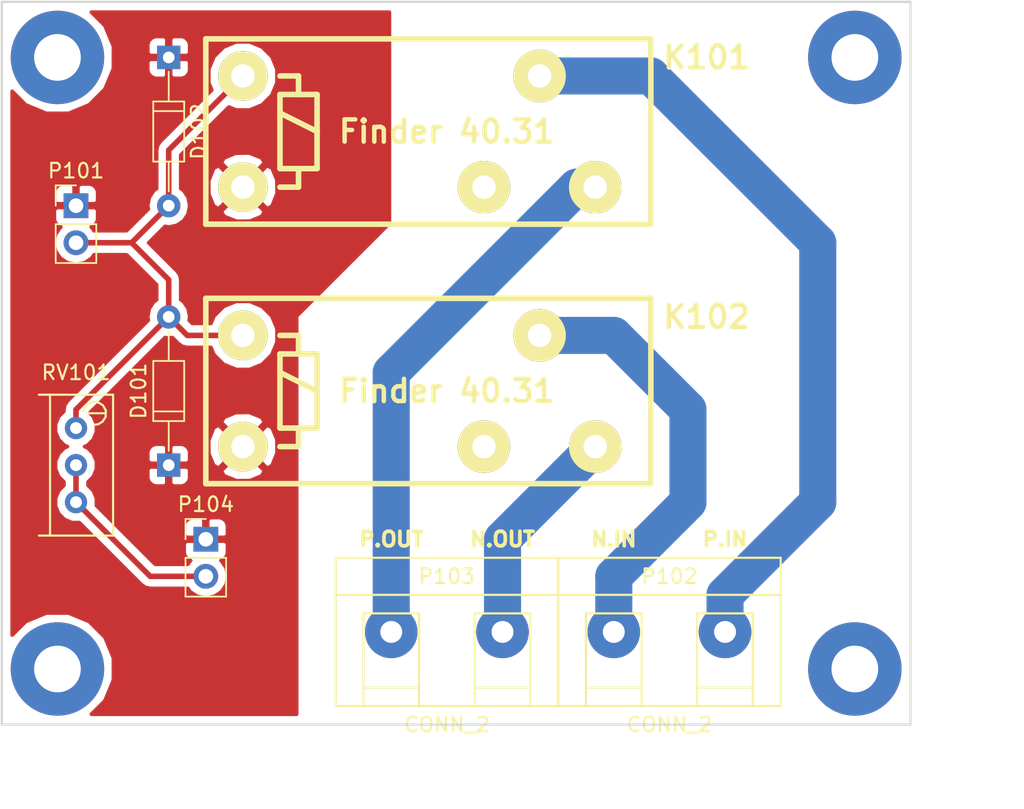
<source format=kicad_pcb>
(kicad_pcb (version 4) (host pcbnew 4.0.4+e1-6308~48~ubuntu15.10.1-stable)

  (general
    (links 16)
    (no_connects 0)
    (area 104.227143 69.755 184.403334 127.730001)
    (thickness 1.6)
    (drawings 10)
    (tracks 28)
    (zones 0)
    (modules 13)
    (nets 8)
  )

  (page A4)
  (layers
    (0 F.Cu signal)
    (31 B.Cu signal)
    (32 B.Adhes user)
    (33 F.Adhes user)
    (34 B.Paste user)
    (35 F.Paste user)
    (36 B.SilkS user)
    (37 F.SilkS user)
    (38 B.Mask user)
    (39 F.Mask user)
    (40 Dwgs.User user)
    (41 Cmts.User user)
    (42 Eco1.User user)
    (43 Eco2.User user)
    (44 Edge.Cuts user)
    (45 Margin user)
    (46 B.CrtYd user)
    (47 F.CrtYd user)
    (48 B.Fab user)
    (49 F.Fab user)
  )

  (setup
    (last_trace_width 0.25)
    (user_trace_width 0.381)
    (user_trace_width 0.508)
    (user_trace_width 0.762)
    (user_trace_width 1.016)
    (user_trace_width 1.524)
    (user_trace_width 2.54)
    (trace_clearance 0.2)
    (zone_clearance 0.508)
    (zone_45_only no)
    (trace_min 0.2)
    (segment_width 0.2)
    (edge_width 0.15)
    (via_size 0.6)
    (via_drill 0.4)
    (via_min_size 0.4)
    (via_min_drill 0.3)
    (user_via 1.524 0.762)
    (user_via 1.778 0.762)
    (uvia_size 0.3)
    (uvia_drill 0.1)
    (uvias_allowed no)
    (uvia_min_size 0.2)
    (uvia_min_drill 0.1)
    (pcb_text_width 0.3)
    (pcb_text_size 1 1)
    (mod_edge_width 0.15)
    (mod_text_size 1 1)
    (mod_text_width 0.15)
    (pad_size 1 1)
    (pad_drill 0.6)
    (pad_to_mask_clearance 0.1)
    (aux_axis_origin 138.43 114.3)
    (visible_elements FFFFFF7F)
    (pcbplotparams
      (layerselection 0x010f0_80000001)
      (usegerberextensions true)
      (excludeedgelayer true)
      (linewidth 0.100000)
      (plotframeref false)
      (viasonmask false)
      (mode 1)
      (useauxorigin false)
      (hpglpennumber 1)
      (hpglpenspeed 20)
      (hpglpendiameter 15)
      (hpglpenoverlay 2)
      (psnegative false)
      (psa4output false)
      (plotreference true)
      (plotvalue true)
      (plotinvisibletext false)
      (padsonsilk false)
      (subtractmaskfromsilk false)
      (outputformat 1)
      (mirror false)
      (drillshape 0)
      (scaleselection 1)
      (outputdirectory gerber/))
  )

  (net 0 "")
  (net 1 /K)
  (net 2 +5V)
  (net 3 /P.IN)
  (net 4 /P.OUT)
  (net 5 /N.IN)
  (net 6 /N.OUT)
  (net 7 /N.LED_K)

  (net_class Default "This is the default net class."
    (clearance 0.2)
    (trace_width 0.25)
    (via_dia 0.6)
    (via_drill 0.4)
    (uvia_dia 0.3)
    (uvia_drill 0.1)
    (add_net +5V)
    (add_net /K)
    (add_net /N.IN)
    (add_net /N.LED_K)
    (add_net /N.OUT)
    (add_net /P.IN)
    (add_net /P.OUT)
  )

  (module Pin_Headers:Pin_Header_Straight_1x02_Pitch2.54mm (layer F.Cu) (tedit 5862ED52) (tstamp 588686AC)
    (at 116.84 85.09)
    (descr "Through hole straight pin header, 1x02, 2.54mm pitch, single row")
    (tags "Through hole pin header THT 1x02 2.54mm single row")
    (path /54DBD0B7)
    (fp_text reference P101 (at 0 -2.39) (layer F.SilkS)
      (effects (font (size 1 1) (thickness 0.15)))
    )
    (fp_text value CONN_2 (at 0 4.93) (layer F.Fab)
      (effects (font (size 1 1) (thickness 0.15)))
    )
    (fp_line (start -1.27 -1.27) (end -1.27 3.81) (layer F.Fab) (width 0.1))
    (fp_line (start -1.27 3.81) (end 1.27 3.81) (layer F.Fab) (width 0.1))
    (fp_line (start 1.27 3.81) (end 1.27 -1.27) (layer F.Fab) (width 0.1))
    (fp_line (start 1.27 -1.27) (end -1.27 -1.27) (layer F.Fab) (width 0.1))
    (fp_line (start -1.39 1.27) (end -1.39 3.93) (layer F.SilkS) (width 0.12))
    (fp_line (start -1.39 3.93) (end 1.39 3.93) (layer F.SilkS) (width 0.12))
    (fp_line (start 1.39 3.93) (end 1.39 1.27) (layer F.SilkS) (width 0.12))
    (fp_line (start 1.39 1.27) (end -1.39 1.27) (layer F.SilkS) (width 0.12))
    (fp_line (start -1.39 0) (end -1.39 -1.39) (layer F.SilkS) (width 0.12))
    (fp_line (start -1.39 -1.39) (end 0 -1.39) (layer F.SilkS) (width 0.12))
    (fp_line (start -1.6 -1.6) (end -1.6 4.1) (layer F.CrtYd) (width 0.05))
    (fp_line (start -1.6 4.1) (end 1.6 4.1) (layer F.CrtYd) (width 0.05))
    (fp_line (start 1.6 4.1) (end 1.6 -1.6) (layer F.CrtYd) (width 0.05))
    (fp_line (start 1.6 -1.6) (end -1.6 -1.6) (layer F.CrtYd) (width 0.05))
    (pad 1 thru_hole rect (at 0 0) (size 1.7 1.7) (drill 1) (layers *.Cu *.Mask)
      (net 2 +5V))
    (pad 2 thru_hole oval (at 0 2.54) (size 1.7 1.7) (drill 1) (layers *.Cu *.Mask)
      (net 1 /K))
    (model Pin_Headers.3dshapes/Pin_Header_Straight_1x02_Pitch2.54mm.wrl
      (at (xyz 0 -0.05 0))
      (scale (xyz 1 1 1))
      (rotate (xyz 0 0 90))
    )
  )

  (module Potentiometers:Potentiometer_Bourns_3296W_3-8Zoll_Inline_ScrewUp (layer F.Cu) (tedit 58872EA3) (tstamp 588686CB)
    (at 116.84 100.33 180)
    (descr "3296, 3/8, Square, Trimpot, Trimming, Potentiometer, Bourns")
    (tags "3296, 3/8, Square, Trimpot, Trimming, Potentiometer, Bourns")
    (path /588526D4)
    (fp_text reference RV101 (at 0 3.81 180) (layer F.SilkS)
      (effects (font (size 1 1) (thickness 0.15)))
    )
    (fp_text value 4.7K (at 0 -8.89 180) (layer F.Fab)
      (effects (font (size 1 1) (thickness 0.15)))
    )
    (fp_line (start -2.032 1.016) (end -0.762 1.016) (layer F.SilkS) (width 0.15))
    (fp_line (start -1.2827 0.2286) (end -1.5367 0.2667) (layer F.SilkS) (width 0.15))
    (fp_line (start -1.5367 0.2667) (end -1.8161 0.4445) (layer F.SilkS) (width 0.15))
    (fp_line (start -1.8161 0.4445) (end -2.032 0.762) (layer F.SilkS) (width 0.15))
    (fp_line (start -2.032 0.762) (end -2.0447 1.2065) (layer F.SilkS) (width 0.15))
    (fp_line (start -2.0447 1.2065) (end -1.8415 1.5621) (layer F.SilkS) (width 0.15))
    (fp_line (start -1.8415 1.5621) (end -1.5494 1.7399) (layer F.SilkS) (width 0.15))
    (fp_line (start -1.5494 1.7399) (end -1.2319 1.7907) (layer F.SilkS) (width 0.15))
    (fp_line (start -1.2319 1.7907) (end -0.8255 1.6891) (layer F.SilkS) (width 0.15))
    (fp_line (start -0.8255 1.6891) (end -0.5715 1.3462) (layer F.SilkS) (width 0.15))
    (fp_line (start -0.5715 1.3462) (end -0.4826 1.1684) (layer F.SilkS) (width 0.15))
    (fp_line (start 1.778 -7.366) (end 1.778 2.286) (layer F.SilkS) (width 0.15))
    (fp_line (start -1.27 2.286) (end -2.54 2.286) (layer F.SilkS) (width 0.15))
    (fp_line (start -2.54 2.286) (end -2.54 -7.366) (layer F.SilkS) (width 0.15))
    (fp_line (start -2.54 -7.366) (end 2.54 -7.366) (layer F.SilkS) (width 0.15))
    (fp_line (start 2.54 2.286) (end 0 2.286) (layer F.SilkS) (width 0.15))
    (fp_line (start 0 2.286) (end -1.27 2.286) (layer F.SilkS) (width 0.15))
    (pad 2 thru_hole circle (at 0 -2.54 180) (size 1.524 1.524) (drill 0.8128) (layers *.Cu *.Mask)
      (net 7 /N.LED_K))
    (pad 3 thru_hole circle (at 0 -5.08 180) (size 1.524 1.524) (drill 0.8128) (layers *.Cu *.Mask)
      (net 7 /N.LED_K))
    (pad 1 thru_hole circle (at 0 0 180) (size 1.524 1.524) (drill 0.8128) (layers *.Cu *.Mask)
      (net 1 /K))
    (model Potentiometers.3dshapes/Potentiometer_Bourns_3296W_3-8Zoll_Inline_ScrewUp.wrl
      (at (xyz 0 0 0))
      (scale (xyz 1 1 1))
      (rotate (xyz 0 0 0))
    )
  )

  (module Pin_Headers:Pin_Header_Straight_1x02_Pitch2.54mm (layer F.Cu) (tedit 5862ED52) (tstamp 58868BDB)
    (at 125.73 107.95)
    (descr "Through hole straight pin header, 1x02, 2.54mm pitch, single row")
    (tags "Through hole pin header THT 1x02 2.54mm single row")
    (path /54D51280)
    (fp_text reference P104 (at 0 -2.39) (layer F.SilkS)
      (effects (font (size 1 1) (thickness 0.15)))
    )
    (fp_text value CONN_2 (at 0 4.93) (layer F.Fab)
      (effects (font (size 1 1) (thickness 0.15)))
    )
    (fp_line (start -1.27 -1.27) (end -1.27 3.81) (layer F.Fab) (width 0.1))
    (fp_line (start -1.27 3.81) (end 1.27 3.81) (layer F.Fab) (width 0.1))
    (fp_line (start 1.27 3.81) (end 1.27 -1.27) (layer F.Fab) (width 0.1))
    (fp_line (start 1.27 -1.27) (end -1.27 -1.27) (layer F.Fab) (width 0.1))
    (fp_line (start -1.39 1.27) (end -1.39 3.93) (layer F.SilkS) (width 0.12))
    (fp_line (start -1.39 3.93) (end 1.39 3.93) (layer F.SilkS) (width 0.12))
    (fp_line (start 1.39 3.93) (end 1.39 1.27) (layer F.SilkS) (width 0.12))
    (fp_line (start 1.39 1.27) (end -1.39 1.27) (layer F.SilkS) (width 0.12))
    (fp_line (start -1.39 0) (end -1.39 -1.39) (layer F.SilkS) (width 0.12))
    (fp_line (start -1.39 -1.39) (end 0 -1.39) (layer F.SilkS) (width 0.12))
    (fp_line (start -1.6 -1.6) (end -1.6 4.1) (layer F.CrtYd) (width 0.05))
    (fp_line (start -1.6 4.1) (end 1.6 4.1) (layer F.CrtYd) (width 0.05))
    (fp_line (start 1.6 4.1) (end 1.6 -1.6) (layer F.CrtYd) (width 0.05))
    (fp_line (start 1.6 -1.6) (end -1.6 -1.6) (layer F.CrtYd) (width 0.05))
    (pad 1 thru_hole rect (at 0 0) (size 1.7 1.7) (drill 1) (layers *.Cu *.Mask)
      (net 2 +5V))
    (pad 2 thru_hole oval (at 0 2.54) (size 1.7 1.7) (drill 1) (layers *.Cu *.Mask)
      (net 7 /N.LED_K))
    (model Pin_Headers.3dshapes/Pin_Header_Straight_1x02_Pitch2.54mm.wrl
      (at (xyz 0 -0.05 0))
      (scale (xyz 1 1 1))
      (rotate (xyz 0 0 90))
    )
  )

  (module Diodes_ThroughHole:D_DO-35_SOD27_P10.16mm_Horizontal (layer F.Cu) (tedit 5877C982) (tstamp 588A33F7)
    (at 123.19 102.87 90)
    (descr "D, DO-35_SOD27 series, Axial, Horizontal, pin pitch=10.16mm, , length*diameter=4*2mm^2, , http://www.diodes.com/_files/packages/DO-35.pdf")
    (tags "D DO-35_SOD27 series Axial Horizontal pin pitch 10.16mm  length 4mm diameter 2mm")
    (path /58869342)
    (fp_text reference D101 (at 5.08 -2.06 90) (layer F.SilkS)
      (effects (font (size 1 1) (thickness 0.15)))
    )
    (fp_text value 1N4148 (at 5.08 2.06 90) (layer F.Fab)
      (effects (font (size 1 1) (thickness 0.15)))
    )
    (fp_line (start 3.08 -1) (end 3.08 1) (layer F.Fab) (width 0.1))
    (fp_line (start 3.08 1) (end 7.08 1) (layer F.Fab) (width 0.1))
    (fp_line (start 7.08 1) (end 7.08 -1) (layer F.Fab) (width 0.1))
    (fp_line (start 7.08 -1) (end 3.08 -1) (layer F.Fab) (width 0.1))
    (fp_line (start 0 0) (end 3.08 0) (layer F.Fab) (width 0.1))
    (fp_line (start 10.16 0) (end 7.08 0) (layer F.Fab) (width 0.1))
    (fp_line (start 3.68 -1) (end 3.68 1) (layer F.Fab) (width 0.1))
    (fp_line (start 3.02 -1.06) (end 3.02 1.06) (layer F.SilkS) (width 0.12))
    (fp_line (start 3.02 1.06) (end 7.14 1.06) (layer F.SilkS) (width 0.12))
    (fp_line (start 7.14 1.06) (end 7.14 -1.06) (layer F.SilkS) (width 0.12))
    (fp_line (start 7.14 -1.06) (end 3.02 -1.06) (layer F.SilkS) (width 0.12))
    (fp_line (start 0.98 0) (end 3.02 0) (layer F.SilkS) (width 0.12))
    (fp_line (start 9.18 0) (end 7.14 0) (layer F.SilkS) (width 0.12))
    (fp_line (start 3.68 -1.06) (end 3.68 1.06) (layer F.SilkS) (width 0.12))
    (fp_line (start -1.05 -1.35) (end -1.05 1.35) (layer F.CrtYd) (width 0.05))
    (fp_line (start -1.05 1.35) (end 11.25 1.35) (layer F.CrtYd) (width 0.05))
    (fp_line (start 11.25 1.35) (end 11.25 -1.35) (layer F.CrtYd) (width 0.05))
    (fp_line (start 11.25 -1.35) (end -1.05 -1.35) (layer F.CrtYd) (width 0.05))
    (pad 1 thru_hole rect (at 0 0 90) (size 1.6 1.6) (drill 0.8) (layers *.Cu *.Mask)
      (net 2 +5V))
    (pad 2 thru_hole oval (at 10.16 0 90) (size 1.6 1.6) (drill 0.8) (layers *.Cu *.Mask)
      (net 1 /K))
    (model Diodes_ThroughHole.3dshapes/D_DO-35_SOD27_P10.16mm_Horizontal.wrl
      (at (xyz 0 0 0))
      (scale (xyz 0.393701 0.393701 0.393701))
      (rotate (xyz 0 0 0))
    )
  )

  (module Diodes_ThroughHole:D_DO-35_SOD27_P10.16mm_Horizontal (layer F.Cu) (tedit 5877C982) (tstamp 588A33FC)
    (at 123.19 74.93 270)
    (descr "D, DO-35_SOD27 series, Axial, Horizontal, pin pitch=10.16mm, , length*diameter=4*2mm^2, , http://www.diodes.com/_files/packages/DO-35.pdf")
    (tags "D DO-35_SOD27 series Axial Horizontal pin pitch 10.16mm  length 4mm diameter 2mm")
    (path /588694E9)
    (fp_text reference D102 (at 5.08 -2.06 270) (layer F.SilkS)
      (effects (font (size 1 1) (thickness 0.15)))
    )
    (fp_text value 1N4148 (at 5.08 2.06 270) (layer F.Fab)
      (effects (font (size 1 1) (thickness 0.15)))
    )
    (fp_line (start 3.08 -1) (end 3.08 1) (layer F.Fab) (width 0.1))
    (fp_line (start 3.08 1) (end 7.08 1) (layer F.Fab) (width 0.1))
    (fp_line (start 7.08 1) (end 7.08 -1) (layer F.Fab) (width 0.1))
    (fp_line (start 7.08 -1) (end 3.08 -1) (layer F.Fab) (width 0.1))
    (fp_line (start 0 0) (end 3.08 0) (layer F.Fab) (width 0.1))
    (fp_line (start 10.16 0) (end 7.08 0) (layer F.Fab) (width 0.1))
    (fp_line (start 3.68 -1) (end 3.68 1) (layer F.Fab) (width 0.1))
    (fp_line (start 3.02 -1.06) (end 3.02 1.06) (layer F.SilkS) (width 0.12))
    (fp_line (start 3.02 1.06) (end 7.14 1.06) (layer F.SilkS) (width 0.12))
    (fp_line (start 7.14 1.06) (end 7.14 -1.06) (layer F.SilkS) (width 0.12))
    (fp_line (start 7.14 -1.06) (end 3.02 -1.06) (layer F.SilkS) (width 0.12))
    (fp_line (start 0.98 0) (end 3.02 0) (layer F.SilkS) (width 0.12))
    (fp_line (start 9.18 0) (end 7.14 0) (layer F.SilkS) (width 0.12))
    (fp_line (start 3.68 -1.06) (end 3.68 1.06) (layer F.SilkS) (width 0.12))
    (fp_line (start -1.05 -1.35) (end -1.05 1.35) (layer F.CrtYd) (width 0.05))
    (fp_line (start -1.05 1.35) (end 11.25 1.35) (layer F.CrtYd) (width 0.05))
    (fp_line (start 11.25 1.35) (end 11.25 -1.35) (layer F.CrtYd) (width 0.05))
    (fp_line (start 11.25 -1.35) (end -1.05 -1.35) (layer F.CrtYd) (width 0.05))
    (pad 1 thru_hole rect (at 0 0 270) (size 1.6 1.6) (drill 0.8) (layers *.Cu *.Mask)
      (net 2 +5V))
    (pad 2 thru_hole oval (at 10.16 0 270) (size 1.6 1.6) (drill 0.8) (layers *.Cu *.Mask)
      (net 1 /K))
    (model Diodes_ThroughHole.3dshapes/D_DO-35_SOD27_P10.16mm_Horizontal.wrl
      (at (xyz 0 0 0))
      (scale (xyz 0.393701 0.393701 0.393701))
      (rotate (xyz 0 0 0))
    )
  )

  (module franck:Relay_40.31_Finder (layer F.Cu) (tedit 588F2E39) (tstamp 588A3813)
    (at 128.27 83.82)
    (descr "Relay, SPST, Schrack-RP-II/1, RM3.5mm, 8A250VAC")
    (tags "Relay, SPST,  Schrack-RP-II/1, RM3.5mm, 8A 250V AC, Reais. 1 x ein,")
    (path /53182CBD)
    (fp_text reference K101 (at 31.75 -8.89) (layer F.SilkS)
      (effects (font (thickness 0.3048)))
    )
    (fp_text value "Finder 40.31" (at 13.97 -3.81) (layer F.SilkS)
      (effects (font (thickness 0.3048)))
    )
    (fp_line (start 2.54 -5.08) (end 5.08 -3.81) (layer F.SilkS) (width 0.381))
    (fp_line (start 3.81 -1.27) (end 3.81 0) (layer F.SilkS) (width 0.381))
    (fp_line (start 3.81 0) (end 2.54 0) (layer F.SilkS) (width 0.381))
    (fp_line (start 2.54 -7.62) (end 3.81 -7.62) (layer F.SilkS) (width 0.381))
    (fp_line (start 3.81 -7.62) (end 3.81 -6.35) (layer F.SilkS) (width 0.381))
    (fp_line (start 3.81 -6.35) (end 5.08 -6.35) (layer F.SilkS) (width 0.381))
    (fp_line (start 5.08 -6.35) (end 5.08 -1.27) (layer F.SilkS) (width 0.381))
    (fp_line (start 5.08 -1.27) (end 2.54 -1.27) (layer F.SilkS) (width 0.381))
    (fp_line (start 2.54 -1.27) (end 2.54 -6.35) (layer F.SilkS) (width 0.381))
    (fp_line (start 2.54 -6.35) (end 3.81 -6.35) (layer F.SilkS) (width 0.381))
    (fp_line (start -2.54 -10.16) (end 27.94 -10.16) (layer F.SilkS) (width 0.381))
    (fp_line (start 27.94 -10.16) (end 27.94 2.54) (layer F.SilkS) (width 0.381))
    (fp_line (start 27.94 2.54) (end -2.54 2.54) (layer F.SilkS) (width 0.381))
    (fp_line (start -2.54 2.54) (end -2.54 -10.16) (layer F.SilkS) (width 0.381))
    (pad 12 thru_hole circle (at 16.51 0) (size 3.6 3.6) (drill 1.6) (layers *.Cu *.Mask F.SilkS))
    (pad A2 thru_hole circle (at 0 -7.62) (size 3.4 3.4) (drill 1.6) (layers *.Cu *.Mask F.SilkS)
      (net 1 /K))
    (pad A1 thru_hole circle (at 0 0) (size 3.4 3.4) (drill 1.6) (layers *.Cu *.Mask F.SilkS)
      (net 2 +5V))
    (pad 11 thru_hole circle (at 20.32 -7.62) (size 3.6 3.6) (drill 1.6) (layers *.Cu *.Mask F.SilkS)
      (net 3 /P.IN))
    (pad 14 thru_hole circle (at 24.13 0) (size 3.6 3.6) (drill 1.6) (layers *.Cu *.Mask F.SilkS)
      (net 4 /P.OUT))
  )

  (module franck:Relay_40.31_Finder (layer F.Cu) (tedit 588F2E35) (tstamp 588A381C)
    (at 128.27 101.6)
    (descr "Relay, SPST, Schrack-RP-II/1, RM3.5mm, 8A250VAC")
    (tags "Relay, SPST,  Schrack-RP-II/1, RM3.5mm, 8A 250V AC, Reais. 1 x ein,")
    (path /53178D6E)
    (fp_text reference K102 (at 31.75 -8.89) (layer F.SilkS)
      (effects (font (thickness 0.3048)))
    )
    (fp_text value "Finder 40.31" (at 13.97 -3.81) (layer F.SilkS)
      (effects (font (thickness 0.3048)))
    )
    (fp_line (start 2.54 -5.08) (end 5.08 -3.81) (layer F.SilkS) (width 0.381))
    (fp_line (start 3.81 -1.27) (end 3.81 0) (layer F.SilkS) (width 0.381))
    (fp_line (start 3.81 0) (end 2.54 0) (layer F.SilkS) (width 0.381))
    (fp_line (start 2.54 -7.62) (end 3.81 -7.62) (layer F.SilkS) (width 0.381))
    (fp_line (start 3.81 -7.62) (end 3.81 -6.35) (layer F.SilkS) (width 0.381))
    (fp_line (start 3.81 -6.35) (end 5.08 -6.35) (layer F.SilkS) (width 0.381))
    (fp_line (start 5.08 -6.35) (end 5.08 -1.27) (layer F.SilkS) (width 0.381))
    (fp_line (start 5.08 -1.27) (end 2.54 -1.27) (layer F.SilkS) (width 0.381))
    (fp_line (start 2.54 -1.27) (end 2.54 -6.35) (layer F.SilkS) (width 0.381))
    (fp_line (start 2.54 -6.35) (end 3.81 -6.35) (layer F.SilkS) (width 0.381))
    (fp_line (start -2.54 -10.16) (end 27.94 -10.16) (layer F.SilkS) (width 0.381))
    (fp_line (start 27.94 -10.16) (end 27.94 2.54) (layer F.SilkS) (width 0.381))
    (fp_line (start 27.94 2.54) (end -2.54 2.54) (layer F.SilkS) (width 0.381))
    (fp_line (start -2.54 2.54) (end -2.54 -10.16) (layer F.SilkS) (width 0.381))
    (pad 12 thru_hole circle (at 16.51 0) (size 3.6 3.6) (drill 1.6) (layers *.Cu *.Mask F.SilkS))
    (pad A2 thru_hole circle (at 0 -7.62) (size 3.4 3.4) (drill 1.6) (layers *.Cu *.Mask F.SilkS)
      (net 1 /K))
    (pad A1 thru_hole circle (at 0 0) (size 3.4 3.4) (drill 1.6) (layers *.Cu *.Mask F.SilkS)
      (net 2 +5V))
    (pad 11 thru_hole circle (at 20.32 -7.62) (size 3.6 3.6) (drill 1.6) (layers *.Cu *.Mask F.SilkS)
      (net 5 /N.IN))
    (pad 14 thru_hole circle (at 24.13 0) (size 3.6 3.6) (drill 1.6) (layers *.Cu *.Mask F.SilkS)
      (net 6 /N.OUT))
  )

  (module franck:CONN_AK350_02_7.62 (layer F.Cu) (tedit 588A5957) (tstamp 588B715F)
    (at 153.67 114.3)
    (path /54DF41B4)
    (attr virtual)
    (fp_text reference P102 (at 3.81 -3.81) (layer F.SilkS)
      (effects (font (size 1 1) (thickness 0.15)))
    )
    (fp_text value CONN_2 (at 3.81 6.35) (layer F.SilkS)
      (effects (font (size 1 1) (thickness 0.15)))
    )
    (fp_line (start 5.715 3.81) (end 9.525 3.81) (layer F.SilkS) (width 0.15))
    (fp_line (start 5.715 5.08) (end 5.715 -1.27) (layer F.SilkS) (width 0.15))
    (fp_line (start 5.715 -1.27) (end 9.525 -1.27) (layer F.SilkS) (width 0.15))
    (fp_line (start 9.525 -1.27) (end 9.525 5.08) (layer F.SilkS) (width 0.15))
    (fp_line (start -1.905 3.81) (end 1.905 3.81) (layer F.SilkS) (width 0.15))
    (fp_line (start -1.905 5.08) (end -1.905 -1.27) (layer F.SilkS) (width 0.15))
    (fp_line (start -1.905 -1.27) (end 1.905 -1.27) (layer F.SilkS) (width 0.15))
    (fp_line (start 1.905 -1.27) (end 1.905 5.08) (layer F.SilkS) (width 0.15))
    (fp_line (start -3.81 -5.08) (end -3.81 5.08) (layer F.SilkS) (width 0.15))
    (fp_line (start 11.43 -5.08) (end 11.43 5.08) (layer F.SilkS) (width 0.15))
    (fp_line (start 11.43 -2.54) (end -3.81 -2.54) (layer F.SilkS) (width 0.15))
    (fp_line (start -3.81 -5.08) (end 11.43 -5.08) (layer F.SilkS) (width 0.15))
    (fp_line (start 11.43 5.08) (end -3.81 5.08) (layer F.SilkS) (width 0.15))
    (pad 1 thru_hole circle (at 0 0) (size 3.6 3.6) (drill 1.5) (layers *.Cu *.Mask)
      (net 5 /N.IN))
    (pad 2 thru_hole circle (at 7.62 0) (size 3.6 3.6) (drill 1.5) (layers *.Cu *.Mask)
      (net 3 /P.IN))
  )

  (module franck:CONN_AK350_02_7.62 (layer F.Cu) (tedit 588A5957) (tstamp 588B7172)
    (at 138.43 114.3)
    (path /54DF41F7)
    (attr virtual)
    (fp_text reference P103 (at 3.81 -3.81) (layer F.SilkS)
      (effects (font (size 1 1) (thickness 0.15)))
    )
    (fp_text value CONN_2 (at 3.81 6.35) (layer F.SilkS)
      (effects (font (size 1 1) (thickness 0.15)))
    )
    (fp_line (start 5.715 3.81) (end 9.525 3.81) (layer F.SilkS) (width 0.15))
    (fp_line (start 5.715 5.08) (end 5.715 -1.27) (layer F.SilkS) (width 0.15))
    (fp_line (start 5.715 -1.27) (end 9.525 -1.27) (layer F.SilkS) (width 0.15))
    (fp_line (start 9.525 -1.27) (end 9.525 5.08) (layer F.SilkS) (width 0.15))
    (fp_line (start -1.905 3.81) (end 1.905 3.81) (layer F.SilkS) (width 0.15))
    (fp_line (start -1.905 5.08) (end -1.905 -1.27) (layer F.SilkS) (width 0.15))
    (fp_line (start -1.905 -1.27) (end 1.905 -1.27) (layer F.SilkS) (width 0.15))
    (fp_line (start 1.905 -1.27) (end 1.905 5.08) (layer F.SilkS) (width 0.15))
    (fp_line (start -3.81 -5.08) (end -3.81 5.08) (layer F.SilkS) (width 0.15))
    (fp_line (start 11.43 -5.08) (end 11.43 5.08) (layer F.SilkS) (width 0.15))
    (fp_line (start 11.43 -2.54) (end -3.81 -2.54) (layer F.SilkS) (width 0.15))
    (fp_line (start -3.81 -5.08) (end 11.43 -5.08) (layer F.SilkS) (width 0.15))
    (fp_line (start 11.43 5.08) (end -3.81 5.08) (layer F.SilkS) (width 0.15))
    (pad 1 thru_hole circle (at 0 0) (size 3.6 3.6) (drill 1.5) (layers *.Cu *.Mask)
      (net 4 /P.OUT))
    (pad 2 thru_hole circle (at 7.62 0) (size 3.6 3.6) (drill 1.5) (layers *.Cu *.Mask)
      (net 6 /N.OUT))
  )

  (module Mounting_Holes:MountingHole_3.2mm_M3_Pad (layer F.Cu) (tedit 588F3229) (tstamp 588F32C3)
    (at 170.18 74.93)
    (descr "Mounting Hole 3.2mm, M3")
    (tags "mounting hole 3.2mm m3")
    (fp_text reference REF** (at 0 -4.2) (layer F.SilkS) hide
      (effects (font (size 1 1) (thickness 0.15)))
    )
    (fp_text value MountingHole_3.2mm_M3_Pad (at 0 4.2) (layer F.Fab) hide
      (effects (font (size 1 1) (thickness 0.15)))
    )
    (fp_circle (center 0 0) (end 3.2 0) (layer Cmts.User) (width 0.15))
    (fp_circle (center 0 0) (end 3.45 0) (layer F.CrtYd) (width 0.05))
    (pad 1 thru_hole circle (at 0 0) (size 6.4 6.4) (drill 3.2) (layers *.Cu *.Mask))
  )

  (module Mounting_Holes:MountingHole_3.2mm_M3_Pad (layer F.Cu) (tedit 588F323E) (tstamp 588F32DE)
    (at 115.57 74.93)
    (descr "Mounting Hole 3.2mm, M3")
    (tags "mounting hole 3.2mm m3")
    (fp_text reference REF** (at 0 -4.2) (layer F.SilkS) hide
      (effects (font (size 1 1) (thickness 0.15)))
    )
    (fp_text value MountingHole_3.2mm_M3_Pad (at 0 4.2) (layer F.Fab) hide
      (effects (font (size 1 1) (thickness 0.15)))
    )
    (fp_circle (center 0 0) (end 3.2 0) (layer Cmts.User) (width 0.15))
    (fp_circle (center 0 0) (end 3.45 0) (layer F.CrtYd) (width 0.05))
    (pad 1 thru_hole circle (at 0 0) (size 6.4 6.4) (drill 3.2) (layers *.Cu *.Mask))
  )

  (module Mounting_Holes:MountingHole_3.2mm_M3_Pad (layer F.Cu) (tedit 588F3250) (tstamp 588F32F4)
    (at 115.57 116.84)
    (descr "Mounting Hole 3.2mm, M3")
    (tags "mounting hole 3.2mm m3")
    (fp_text reference REF** (at 0 -4.2) (layer F.SilkS) hide
      (effects (font (size 1 1) (thickness 0.15)))
    )
    (fp_text value MountingHole_3.2mm_M3_Pad (at 0 4.2) (layer F.Fab) hide
      (effects (font (size 1 1) (thickness 0.15)))
    )
    (fp_circle (center 0 0) (end 3.2 0) (layer Cmts.User) (width 0.15))
    (fp_circle (center 0 0) (end 3.45 0) (layer F.CrtYd) (width 0.05))
    (pad 1 thru_hole circle (at 0 0) (size 6.4 6.4) (drill 3.2) (layers *.Cu *.Mask))
  )

  (module Mounting_Holes:MountingHole_3.2mm_M3_Pad (layer F.Cu) (tedit 588F3264) (tstamp 588F330A)
    (at 170.18 116.84)
    (descr "Mounting Hole 3.2mm, M3")
    (tags "mounting hole 3.2mm m3")
    (fp_text reference REF** (at 0 -4.2) (layer F.SilkS) hide
      (effects (font (size 1 1) (thickness 0.15)))
    )
    (fp_text value MountingHole_3.2mm_M3_Pad (at 0 4.2) (layer F.Fab) hide
      (effects (font (size 1 1) (thickness 0.15)))
    )
    (fp_circle (center 0 0) (end 3.2 0) (layer Cmts.User) (width 0.15))
    (fp_circle (center 0 0) (end 3.45 0) (layer F.CrtYd) (width 0.05))
    (pad 1 thru_hole circle (at 0 0) (size 6.4 6.4) (drill 3.2) (layers *.Cu *.Mask))
  )

  (dimension 49.53 (width 0.25) (layer Cmts.User)
    (gr_text "49,530 mm" (at 180.07 95.885 270) (layer Cmts.User)
      (effects (font (size 1 1) (thickness 0.25)))
    )
    (feature1 (pts (xy 173.99 120.65) (xy 181.07 120.65)))
    (feature2 (pts (xy 173.99 71.12) (xy 181.07 71.12)))
    (crossbar (pts (xy 179.07 71.12) (xy 179.07 120.65)))
    (arrow1a (pts (xy 179.07 120.65) (xy 178.483579 119.523496)))
    (arrow1b (pts (xy 179.07 120.65) (xy 179.656421 119.523496)))
    (arrow2a (pts (xy 179.07 71.12) (xy 178.483579 72.246504)))
    (arrow2b (pts (xy 179.07 71.12) (xy 179.656421 72.246504)))
  )
  (dimension 62.23 (width 0.25) (layer Cmts.User)
    (gr_text "62,230 mm" (at 142.875 126.73) (layer Cmts.User)
      (effects (font (size 1 1) (thickness 0.25)))
    )
    (feature1 (pts (xy 173.99 120.65) (xy 173.99 127.73)))
    (feature2 (pts (xy 111.76 120.65) (xy 111.76 127.73)))
    (crossbar (pts (xy 111.76 125.73) (xy 173.99 125.73)))
    (arrow1a (pts (xy 173.99 125.73) (xy 172.863496 126.316421)))
    (arrow1b (pts (xy 173.99 125.73) (xy 172.863496 125.143579)))
    (arrow2a (pts (xy 111.76 125.73) (xy 112.886504 126.316421)))
    (arrow2b (pts (xy 111.76 125.73) (xy 112.886504 125.143579)))
  )
  (gr_text N.OUT (at 146.05 107.95) (layer F.SilkS)
    (effects (font (size 1 1) (thickness 0.25)))
  )
  (gr_text N.IN (at 153.67 107.95) (layer F.SilkS)
    (effects (font (size 1 1) (thickness 0.25)))
  )
  (gr_text P.OUT (at 138.43 107.95) (layer F.SilkS)
    (effects (font (size 1 1) (thickness 0.25)))
  )
  (gr_text P.IN (at 161.29 107.95) (layer F.SilkS)
    (effects (font (size 1 1) (thickness 0.25)))
  )
  (gr_line (start 111.76 120.65) (end 111.76 71.12) (angle 90) (layer Edge.Cuts) (width 0.15))
  (gr_line (start 173.99 120.65) (end 111.76 120.65) (angle 90) (layer Edge.Cuts) (width 0.15))
  (gr_line (start 173.99 71.12) (end 173.99 120.65) (angle 90) (layer Edge.Cuts) (width 0.15))
  (gr_line (start 111.76 71.12) (end 173.99 71.12) (angle 90) (layer Edge.Cuts) (width 0.15))

  (segment (start 123.19 92.71) (end 116.84 99.06) (width 0.381) (layer F.Cu) (net 1))
  (segment (start 116.84 99.06) (end 116.84 100.33) (width 0.381) (layer F.Cu) (net 1) (tstamp 58872C6D))
  (segment (start 123.19 92.71) (end 124.46 93.98) (width 0.381) (layer F.Cu) (net 1))
  (segment (start 124.46 93.98) (end 128.27 93.98) (width 0.381) (layer F.Cu) (net 1) (tstamp 58872C65))
  (segment (start 120.65 87.63) (end 123.19 90.17) (width 0.381) (layer F.Cu) (net 1))
  (segment (start 123.19 90.17) (end 123.19 92.71) (width 0.381) (layer F.Cu) (net 1) (tstamp 58872C58))
  (segment (start 123.19 85.09) (end 120.65 87.63) (width 0.381) (layer F.Cu) (net 1))
  (segment (start 120.65 87.63) (end 116.84 87.63) (width 0.381) (layer F.Cu) (net 1) (tstamp 58872C3D))
  (segment (start 128.27 76.2) (end 123.19 81.28) (width 0.381) (layer F.Cu) (net 1))
  (segment (start 123.19 81.28) (end 123.19 85.09) (width 0.381) (layer F.Cu) (net 1) (tstamp 58872C26))
  (segment (start 161.29 114.3) (end 161.29 111.76) (width 2.54) (layer B.Cu) (net 3))
  (segment (start 156.21 76.2) (end 148.59 76.2) (width 2.54) (layer B.Cu) (net 3) (tstamp 58872A7B))
  (segment (start 167.64 87.63) (end 156.21 76.2) (width 2.54) (layer B.Cu) (net 3) (tstamp 58872A73))
  (segment (start 167.64 105.41) (end 167.64 87.63) (width 2.54) (layer B.Cu) (net 3) (tstamp 58872A6C))
  (segment (start 161.29 111.76) (end 167.64 105.41) (width 2.54) (layer B.Cu) (net 3) (tstamp 58872A6A))
  (segment (start 138.43 114.3) (end 138.43 96.52) (width 2.54) (layer B.Cu) (net 4))
  (segment (start 138.43 96.52) (end 151.13 83.82) (width 2.54) (layer B.Cu) (net 4) (tstamp 58872A89))
  (segment (start 151.13 83.82) (end 152.4 83.82) (width 2.54) (layer B.Cu) (net 4) (tstamp 58872A94))
  (segment (start 148.59 93.98) (end 153.67 93.98) (width 2.54) (layer B.Cu) (net 5))
  (segment (start 153.67 110.49) (end 158.75 105.41) (width 2.54) (layer B.Cu) (net 5) (tstamp 58872A63))
  (segment (start 158.75 105.41) (end 158.75 99.06) (width 2.54) (layer B.Cu) (net 5) (tstamp 58872A64))
  (segment (start 158.75 99.06) (end 153.67 93.98) (width 2.54) (layer B.Cu) (net 5) (tstamp 58872A65))
  (segment (start 153.67 110.49) (end 153.67 114.3) (width 2.54) (layer B.Cu) (net 5))
  (segment (start 146.05 114.3) (end 146.05 107.95) (width 2.54) (layer B.Cu) (net 6))
  (segment (start 146.05 107.95) (end 152.4 101.6) (width 2.54) (layer B.Cu) (net 6) (tstamp 58872A80))
  (segment (start 116.84 105.41) (end 121.92 110.49) (width 0.381) (layer F.Cu) (net 7))
  (segment (start 121.92 110.49) (end 125.73 110.49) (width 0.381) (layer F.Cu) (net 7) (tstamp 58872C78))
  (segment (start 116.84 102.87) (end 116.84 105.41) (width 0.381) (layer F.Cu) (net 7))

  (zone (net 2) (net_name +5V) (layer F.Cu) (tstamp 58872CA1) (hatch edge 0.508)
    (connect_pads (clearance 0.508))
    (min_thickness 0.254)
    (fill yes (arc_segments 16) (thermal_gap 0.508) (thermal_bridge_width 0.508))
    (polygon
      (pts
        (xy 132.08 120.65) (xy 132.08 92.71) (xy 138.43 86.36) (xy 138.43 71.12) (xy 111.76 71.12)
        (xy 111.76 120.65)
      )
    )
    (filled_polygon
      (pts
        (xy 138.303 86.307394) (xy 131.990197 92.620197) (xy 131.962334 92.662211) (xy 131.953 92.71) (xy 131.953 119.94)
        (xy 117.892832 119.94) (xy 118.819259 119.015189) (xy 119.404333 117.606175) (xy 119.405664 116.080518) (xy 118.82305 114.670485)
        (xy 117.745189 113.590741) (xy 116.336175 113.005667) (xy 114.810518 113.004336) (xy 113.400485 113.58695) (xy 112.47 114.515812)
        (xy 112.47 87.63) (xy 115.325907 87.63) (xy 115.438946 88.198285) (xy 115.760853 88.680054) (xy 116.242622 89.001961)
        (xy 116.810907 89.115) (xy 116.869093 89.115) (xy 117.437378 89.001961) (xy 117.919147 88.680054) (xy 118.069189 88.4555)
        (xy 120.308066 88.4555) (xy 122.3645 90.511933) (xy 122.3645 91.540771) (xy 122.175302 91.667189) (xy 121.864233 92.132736)
        (xy 121.755 92.681887) (xy 121.755 92.738113) (xy 121.794728 92.937838) (xy 116.256283 98.476283) (xy 116.077337 98.744094)
        (xy 116.077337 98.744095) (xy 116.0145 99.06) (xy 116.0145 99.180126) (xy 115.656371 99.53763) (xy 115.443243 100.0509)
        (xy 115.442758 100.606661) (xy 115.65499 101.120303) (xy 116.04763 101.513629) (xy 116.255512 101.599949) (xy 116.049697 101.68499)
        (xy 115.656371 102.07763) (xy 115.443243 102.5909) (xy 115.442758 103.146661) (xy 115.65499 103.660303) (xy 116.0145 104.020441)
        (xy 116.0145 104.260126) (xy 115.656371 104.61763) (xy 115.443243 105.1309) (xy 115.442758 105.686661) (xy 115.65499 106.200303)
        (xy 116.04763 106.593629) (xy 116.5609 106.806757) (xy 117.069767 106.807201) (xy 121.336283 111.073717) (xy 121.604094 111.252663)
        (xy 121.92 111.315501) (xy 121.920005 111.3155) (xy 124.500811 111.3155) (xy 124.650853 111.540054) (xy 125.132622 111.861961)
        (xy 125.700907 111.975) (xy 125.759093 111.975) (xy 126.327378 111.861961) (xy 126.809147 111.540054) (xy 127.131054 111.058285)
        (xy 127.244093 110.49) (xy 127.131054 109.921715) (xy 126.809147 109.439946) (xy 126.765223 109.410597) (xy 126.939698 109.338327)
        (xy 127.118327 109.159699) (xy 127.215 108.92631) (xy 127.215 108.23575) (xy 127.05625 108.077) (xy 125.857 108.077)
        (xy 125.857 108.097) (xy 125.603 108.097) (xy 125.603 108.077) (xy 124.40375 108.077) (xy 124.245 108.23575)
        (xy 124.245 108.92631) (xy 124.341673 109.159699) (xy 124.520302 109.338327) (xy 124.694777 109.410597) (xy 124.650853 109.439946)
        (xy 124.500811 109.6645) (xy 122.261934 109.6645) (xy 119.571124 106.97369) (xy 124.245 106.97369) (xy 124.245 107.66425)
        (xy 124.40375 107.823) (xy 125.603 107.823) (xy 125.603 106.62375) (xy 125.857 106.62375) (xy 125.857 107.823)
        (xy 127.05625 107.823) (xy 127.215 107.66425) (xy 127.215 106.97369) (xy 127.118327 106.740301) (xy 126.939698 106.561673)
        (xy 126.706309 106.465) (xy 126.01575 106.465) (xy 125.857 106.62375) (xy 125.603 106.62375) (xy 125.44425 106.465)
        (xy 124.753691 106.465) (xy 124.520302 106.561673) (xy 124.341673 106.740301) (xy 124.245 106.97369) (xy 119.571124 106.97369)
        (xy 118.2368 105.639366) (xy 118.237242 105.133339) (xy 118.02501 104.619697) (xy 117.6655 104.259559) (xy 117.6655 104.019874)
        (xy 118.023629 103.66237) (xy 118.233995 103.15575) (xy 121.755 103.15575) (xy 121.755 103.796309) (xy 121.851673 104.029698)
        (xy 122.030301 104.208327) (xy 122.26369 104.305) (xy 122.90425 104.305) (xy 123.063 104.14625) (xy 123.063 102.997)
        (xy 123.317 102.997) (xy 123.317 104.14625) (xy 123.47575 104.305) (xy 124.11631 104.305) (xy 124.349699 104.208327)
        (xy 124.528327 104.029698) (xy 124.625 103.796309) (xy 124.625 103.258422) (xy 126.791183 103.258422) (xy 126.975371 103.59797)
        (xy 127.838509 103.941316) (xy 128.767336 103.928218) (xy 129.564629 103.59797) (xy 129.748817 103.258422) (xy 128.27 101.779605)
        (xy 126.791183 103.258422) (xy 124.625 103.258422) (xy 124.625 103.15575) (xy 124.46625 102.997) (xy 123.317 102.997)
        (xy 123.063 102.997) (xy 121.91375 102.997) (xy 121.755 103.15575) (xy 118.233995 103.15575) (xy 118.236757 103.1491)
        (xy 118.237242 102.593339) (xy 118.02501 102.079697) (xy 117.889242 101.943691) (xy 121.755 101.943691) (xy 121.755 102.58425)
        (xy 121.91375 102.743) (xy 123.063 102.743) (xy 123.063 101.59375) (xy 123.317 101.59375) (xy 123.317 102.743)
        (xy 124.46625 102.743) (xy 124.625 102.58425) (xy 124.625 101.943691) (xy 124.528327 101.710302) (xy 124.349699 101.531673)
        (xy 124.11631 101.435) (xy 123.47575 101.435) (xy 123.317 101.59375) (xy 123.063 101.59375) (xy 122.90425 101.435)
        (xy 122.26369 101.435) (xy 122.030301 101.531673) (xy 121.851673 101.710302) (xy 121.755 101.943691) (xy 117.889242 101.943691)
        (xy 117.63237 101.686371) (xy 117.424488 101.600051) (xy 117.630303 101.51501) (xy 117.977409 101.168509) (xy 125.928684 101.168509)
        (xy 125.941782 102.097336) (xy 126.27203 102.894629) (xy 126.611578 103.078817) (xy 128.090395 101.6) (xy 128.449605 101.6)
        (xy 129.928422 103.078817) (xy 130.26797 102.894629) (xy 130.611316 102.031491) (xy 130.598218 101.102664) (xy 130.26797 100.305371)
        (xy 129.928422 100.121183) (xy 128.449605 101.6) (xy 128.090395 101.6) (xy 126.611578 100.121183) (xy 126.27203 100.305371)
        (xy 125.928684 101.168509) (xy 117.977409 101.168509) (xy 118.023629 101.12237) (xy 118.236757 100.6091) (xy 118.237242 100.053339)
        (xy 118.191064 99.941578) (xy 126.791183 99.941578) (xy 128.27 101.420395) (xy 129.748817 99.941578) (xy 129.564629 99.60203)
        (xy 128.701491 99.258684) (xy 127.772664 99.271782) (xy 126.975371 99.60203) (xy 126.791183 99.941578) (xy 118.191064 99.941578)
        (xy 118.02501 99.539697) (xy 117.776591 99.290843) (xy 122.943377 94.124057) (xy 123.19 94.173113) (xy 123.436623 94.124057)
        (xy 123.876281 94.563714) (xy 123.876283 94.563717) (xy 124.036824 94.670987) (xy 124.144094 94.742663) (xy 124.46 94.8055)
        (xy 126.084616 94.8055) (xy 126.289329 95.300943) (xy 126.945602 95.958362) (xy 127.803502 96.314593) (xy 128.732422 96.315404)
        (xy 129.590943 95.960671) (xy 130.248362 95.304398) (xy 130.604593 94.446498) (xy 130.605404 93.517578) (xy 130.250671 92.659057)
        (xy 129.594398 92.001638) (xy 128.736498 91.645407) (xy 127.807578 91.644596) (xy 126.949057 91.999329) (xy 126.291638 92.655602)
        (xy 126.084478 93.1545) (xy 124.801933 93.1545) (xy 124.585272 92.937839) (xy 124.625 92.738113) (xy 124.625 92.681887)
        (xy 124.515767 92.132736) (xy 124.204698 91.667189) (xy 124.0155 91.540771) (xy 124.0155 90.17) (xy 123.952663 89.854095)
        (xy 123.773717 89.586283) (xy 123.773714 89.586281) (xy 121.817434 87.63) (xy 122.943377 86.504057) (xy 123.19 86.553113)
        (xy 123.739151 86.44388) (xy 124.204698 86.132811) (xy 124.515767 85.667264) (xy 124.55333 85.478422) (xy 126.791183 85.478422)
        (xy 126.975371 85.81797) (xy 127.838509 86.161316) (xy 128.767336 86.148218) (xy 129.564629 85.81797) (xy 129.748817 85.478422)
        (xy 128.27 83.999605) (xy 126.791183 85.478422) (xy 124.55333 85.478422) (xy 124.625 85.118113) (xy 124.625 85.061887)
        (xy 124.515767 84.512736) (xy 124.204698 84.047189) (xy 124.0155 83.920771) (xy 124.0155 83.388509) (xy 125.928684 83.388509)
        (xy 125.941782 84.317336) (xy 126.27203 85.114629) (xy 126.611578 85.298817) (xy 128.090395 83.82) (xy 128.449605 83.82)
        (xy 129.928422 85.298817) (xy 130.26797 85.114629) (xy 130.611316 84.251491) (xy 130.598218 83.322664) (xy 130.26797 82.525371)
        (xy 129.928422 82.341183) (xy 128.449605 83.82) (xy 128.090395 83.82) (xy 126.611578 82.341183) (xy 126.27203 82.525371)
        (xy 125.928684 83.388509) (xy 124.0155 83.388509) (xy 124.0155 82.161578) (xy 126.791183 82.161578) (xy 128.27 83.640395)
        (xy 129.748817 82.161578) (xy 129.564629 81.82203) (xy 128.701491 81.478684) (xy 127.772664 81.491782) (xy 126.975371 81.82203)
        (xy 126.791183 82.161578) (xy 124.0155 82.161578) (xy 124.0155 81.621934) (xy 127.308418 78.329016) (xy 127.803502 78.534593)
        (xy 128.732422 78.535404) (xy 129.590943 78.180671) (xy 130.248362 77.524398) (xy 130.604593 76.666498) (xy 130.605404 75.737578)
        (xy 130.250671 74.879057) (xy 129.594398 74.221638) (xy 128.736498 73.865407) (xy 127.807578 73.864596) (xy 126.949057 74.219329)
        (xy 126.291638 74.875602) (xy 125.935407 75.733502) (xy 125.934596 76.662422) (xy 126.140885 77.161681) (xy 122.606283 80.696283)
        (xy 122.427337 80.964094) (xy 122.427337 80.964095) (xy 122.3645 81.28) (xy 122.3645 83.920771) (xy 122.175302 84.047189)
        (xy 121.864233 84.512736) (xy 121.755 85.061887) (xy 121.755 85.118113) (xy 121.794728 85.317839) (xy 120.308066 86.8045)
        (xy 118.069189 86.8045) (xy 117.919147 86.579946) (xy 117.875223 86.550597) (xy 118.049698 86.478327) (xy 118.228327 86.299699)
        (xy 118.325 86.06631) (xy 118.325 85.37575) (xy 118.16625 85.217) (xy 116.967 85.217) (xy 116.967 85.237)
        (xy 116.713 85.237) (xy 116.713 85.217) (xy 115.51375 85.217) (xy 115.355 85.37575) (xy 115.355 86.06631)
        (xy 115.451673 86.299699) (xy 115.630302 86.478327) (xy 115.804777 86.550597) (xy 115.760853 86.579946) (xy 115.438946 87.061715)
        (xy 115.325907 87.63) (xy 112.47 87.63) (xy 112.47 84.11369) (xy 115.355 84.11369) (xy 115.355 84.80425)
        (xy 115.51375 84.963) (xy 116.713 84.963) (xy 116.713 83.76375) (xy 116.967 83.76375) (xy 116.967 84.963)
        (xy 118.16625 84.963) (xy 118.325 84.80425) (xy 118.325 84.11369) (xy 118.228327 83.880301) (xy 118.049698 83.701673)
        (xy 117.816309 83.605) (xy 117.12575 83.605) (xy 116.967 83.76375) (xy 116.713 83.76375) (xy 116.55425 83.605)
        (xy 115.863691 83.605) (xy 115.630302 83.701673) (xy 115.451673 83.880301) (xy 115.355 84.11369) (xy 112.47 84.11369)
        (xy 112.47 77.252832) (xy 113.394811 78.179259) (xy 114.803825 78.764333) (xy 116.329482 78.765664) (xy 117.739515 78.18305)
        (xy 118.819259 77.105189) (xy 119.404333 75.696175) (xy 119.404752 75.21575) (xy 121.755 75.21575) (xy 121.755 75.856309)
        (xy 121.851673 76.089698) (xy 122.030301 76.268327) (xy 122.26369 76.365) (xy 122.90425 76.365) (xy 123.063 76.20625)
        (xy 123.063 75.057) (xy 123.317 75.057) (xy 123.317 76.20625) (xy 123.47575 76.365) (xy 124.11631 76.365)
        (xy 124.349699 76.268327) (xy 124.528327 76.089698) (xy 124.625 75.856309) (xy 124.625 75.21575) (xy 124.46625 75.057)
        (xy 123.317 75.057) (xy 123.063 75.057) (xy 121.91375 75.057) (xy 121.755 75.21575) (xy 119.404752 75.21575)
        (xy 119.405664 74.170518) (xy 119.336733 74.003691) (xy 121.755 74.003691) (xy 121.755 74.64425) (xy 121.91375 74.803)
        (xy 123.063 74.803) (xy 123.063 73.65375) (xy 123.317 73.65375) (xy 123.317 74.803) (xy 124.46625 74.803)
        (xy 124.625 74.64425) (xy 124.625 74.003691) (xy 124.528327 73.770302) (xy 124.349699 73.591673) (xy 124.11631 73.495)
        (xy 123.47575 73.495) (xy 123.317 73.65375) (xy 123.063 73.65375) (xy 122.90425 73.495) (xy 122.26369 73.495)
        (xy 122.030301 73.591673) (xy 121.851673 73.770302) (xy 121.755 74.003691) (xy 119.336733 74.003691) (xy 118.82305 72.760485)
        (xy 117.894188 71.83) (xy 138.303 71.83)
      )
    )
  )
)

</source>
